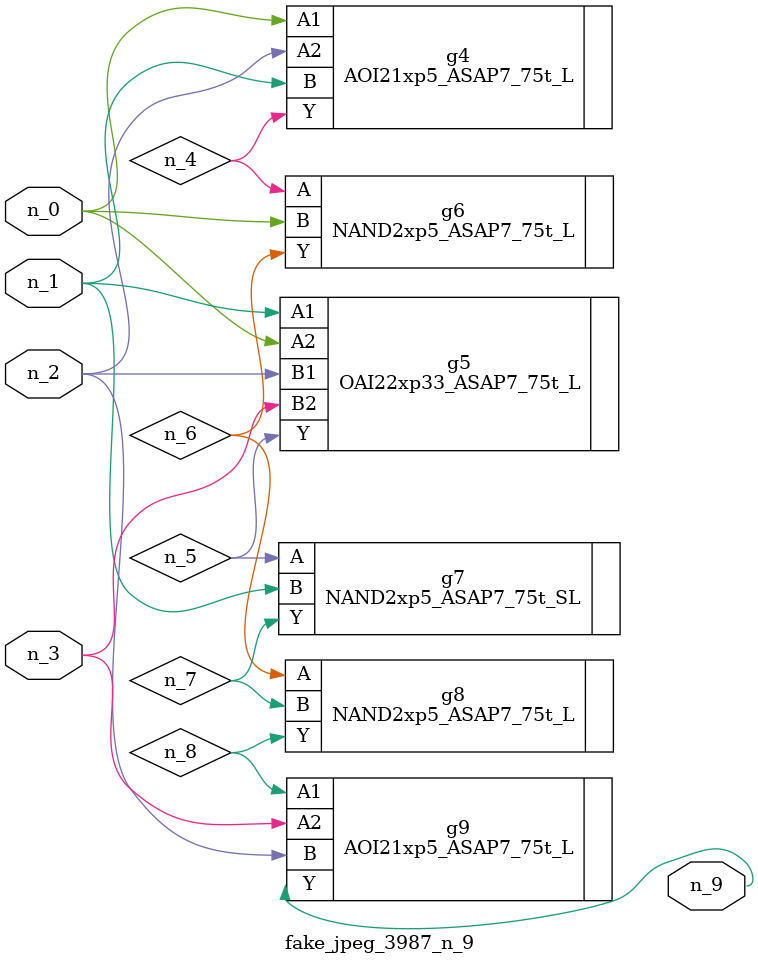
<source format=v>
module fake_jpeg_3987_n_9 (n_0, n_3, n_2, n_1, n_9);

input n_0;
input n_3;
input n_2;
input n_1;

output n_9;

wire n_4;
wire n_8;
wire n_6;
wire n_5;
wire n_7;

AOI21xp5_ASAP7_75t_L g4 ( 
.A1(n_0),
.A2(n_2),
.B(n_1),
.Y(n_4)
);

OAI22xp33_ASAP7_75t_L g5 ( 
.A1(n_1),
.A2(n_0),
.B1(n_2),
.B2(n_3),
.Y(n_5)
);

NAND2xp5_ASAP7_75t_L g6 ( 
.A(n_4),
.B(n_0),
.Y(n_6)
);

NAND2xp5_ASAP7_75t_L g8 ( 
.A(n_6),
.B(n_7),
.Y(n_8)
);

NAND2xp5_ASAP7_75t_SL g7 ( 
.A(n_5),
.B(n_1),
.Y(n_7)
);

AOI21xp5_ASAP7_75t_L g9 ( 
.A1(n_8),
.A2(n_3),
.B(n_2),
.Y(n_9)
);


endmodule
</source>
